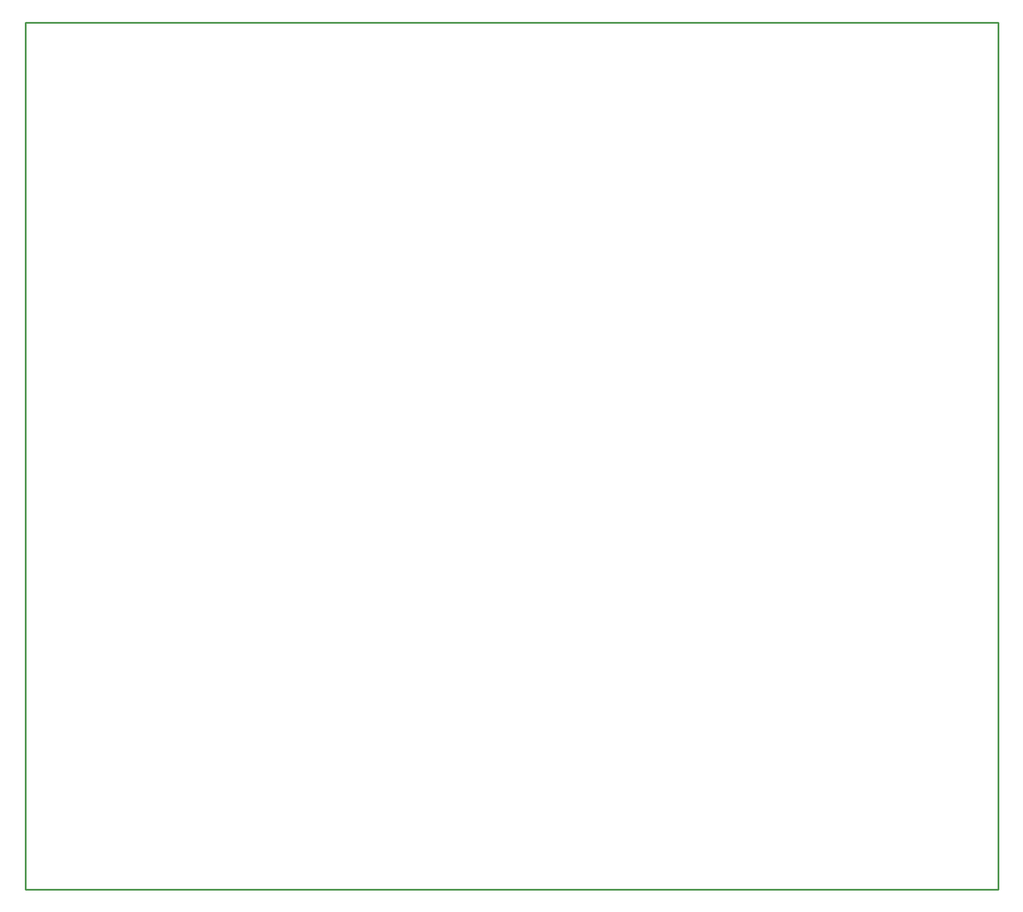
<source format=gbr>
*
*
G04 PADS Layout (Build Number 2005.266.2) generated Gerber (RS-274-X) file*
G04 PC Version=2.1*
*
%IN "module_AtoD2016_1031.pc"*%
*
%MOMM*%
*
%FSLAX35Y35*%
*
*
*
*
G04 PC Standard Apertures*
*
*
G04 Thermal Relief Aperture macro.*
%AMTER*
1,1,$1,0,0*
1,0,$1-$2,0,0*
21,0,$3,$4,0,0,45*
21,0,$3,$4,0,0,135*
%
*
*
G04 Annular Aperture macro.*
%AMANN*
1,1,$1,0,0*
1,0,$2,0,0*
%
*
*
G04 Odd Aperture macro.*
%AMODD*
1,1,$1,0,0*
1,0,$1-0.005,0,0*
%
*
*
G04 PC Custom Aperture Macros*
*
*
*
*
*
*
G04 PC Aperture Table*
*
%ADD058C,0.254*%
*
*
*
*
G04 PC Custom Flashes*
G04 Layer Name module_AtoD2016_1031.pc - flashes*
%LPD*%
*
*
G04 PC Circuitry*
G04 Layer Name module_AtoD2016_1031.pc - circuitry*
%LPD*%
*
G54D58*
G01X25400000Y12700000D02*
Y25400000D01*
X39660000*
Y12700000*
X25400000*
X0Y0D02*
M02*

</source>
